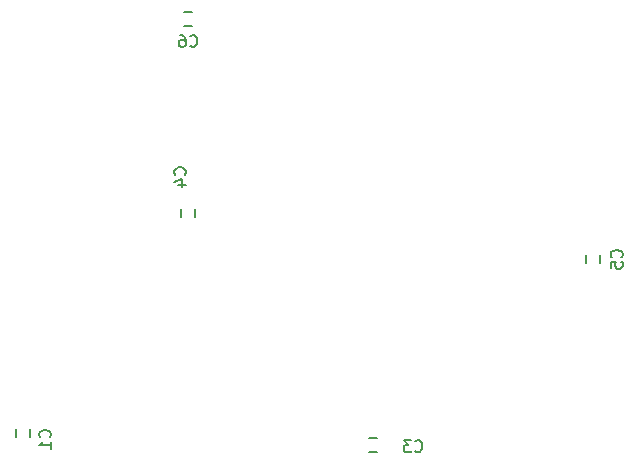
<source format=gbr>
G04 #@! TF.FileFunction,Legend,Bot*
%FSLAX46Y46*%
G04 Gerber Fmt 4.6, Leading zero omitted, Abs format (unit mm)*
G04 Created by KiCad (PCBNEW (after 2015-mar-04 BZR unknown)-product) date Fri 28 Oct 2016 10:27:18 AM CEST*
%MOMM*%
G01*
G04 APERTURE LIST*
%ADD10C,0.100000*%
%ADD11C,0.150000*%
G04 APERTURE END LIST*
D10*
D11*
X188041800Y-98847200D02*
X188741800Y-98847200D01*
X188741800Y-97647200D02*
X188041800Y-97647200D01*
X158150000Y-96906600D02*
X158150000Y-97606600D01*
X159350000Y-97606600D02*
X159350000Y-96906600D01*
X173320000Y-78963000D02*
X173320000Y-78263000D01*
X172120000Y-78263000D02*
X172120000Y-78963000D01*
X206410000Y-82200000D02*
X206410000Y-82900000D01*
X207610000Y-82900000D02*
X207610000Y-82200000D01*
X172370000Y-62830000D02*
X173070000Y-62830000D01*
X173070000Y-61630000D02*
X172370000Y-61630000D01*
X191936666Y-98782143D02*
X191984285Y-98829762D01*
X192127142Y-98877381D01*
X192222380Y-98877381D01*
X192365238Y-98829762D01*
X192460476Y-98734524D01*
X192508095Y-98639286D01*
X192555714Y-98448810D01*
X192555714Y-98305952D01*
X192508095Y-98115476D01*
X192460476Y-98020238D01*
X192365238Y-97925000D01*
X192222380Y-97877381D01*
X192127142Y-97877381D01*
X191984285Y-97925000D01*
X191936666Y-97972619D01*
X191603333Y-97877381D02*
X190984285Y-97877381D01*
X191317619Y-98258333D01*
X191174761Y-98258333D01*
X191079523Y-98305952D01*
X191031904Y-98353571D01*
X190984285Y-98448810D01*
X190984285Y-98686905D01*
X191031904Y-98782143D01*
X191079523Y-98829762D01*
X191174761Y-98877381D01*
X191460476Y-98877381D01*
X191555714Y-98829762D01*
X191603333Y-98782143D01*
X161012143Y-97623334D02*
X161059762Y-97575715D01*
X161107381Y-97432858D01*
X161107381Y-97337620D01*
X161059762Y-97194762D01*
X160964524Y-97099524D01*
X160869286Y-97051905D01*
X160678810Y-97004286D01*
X160535952Y-97004286D01*
X160345476Y-97051905D01*
X160250238Y-97099524D01*
X160155000Y-97194762D01*
X160107381Y-97337620D01*
X160107381Y-97432858D01*
X160155000Y-97575715D01*
X160202619Y-97623334D01*
X161107381Y-98575715D02*
X161107381Y-98004286D01*
X161107381Y-98290000D02*
X160107381Y-98290000D01*
X160250238Y-98194762D01*
X160345476Y-98099524D01*
X160393095Y-98004286D01*
X172442143Y-75398334D02*
X172489762Y-75350715D01*
X172537381Y-75207858D01*
X172537381Y-75112620D01*
X172489762Y-74969762D01*
X172394524Y-74874524D01*
X172299286Y-74826905D01*
X172108810Y-74779286D01*
X171965952Y-74779286D01*
X171775476Y-74826905D01*
X171680238Y-74874524D01*
X171585000Y-74969762D01*
X171537381Y-75112620D01*
X171537381Y-75207858D01*
X171585000Y-75350715D01*
X171632619Y-75398334D01*
X171870714Y-76255477D02*
X172537381Y-76255477D01*
X171489762Y-76017381D02*
X172204048Y-75779286D01*
X172204048Y-76398334D01*
X209399143Y-82383334D02*
X209446762Y-82335715D01*
X209494381Y-82192858D01*
X209494381Y-82097620D01*
X209446762Y-81954762D01*
X209351524Y-81859524D01*
X209256286Y-81811905D01*
X209065810Y-81764286D01*
X208922952Y-81764286D01*
X208732476Y-81811905D01*
X208637238Y-81859524D01*
X208542000Y-81954762D01*
X208494381Y-82097620D01*
X208494381Y-82192858D01*
X208542000Y-82335715D01*
X208589619Y-82383334D01*
X208494381Y-83288096D02*
X208494381Y-82811905D01*
X208970571Y-82764286D01*
X208922952Y-82811905D01*
X208875333Y-82907143D01*
X208875333Y-83145239D01*
X208922952Y-83240477D01*
X208970571Y-83288096D01*
X209065810Y-83335715D01*
X209303905Y-83335715D01*
X209399143Y-83288096D01*
X209446762Y-83240477D01*
X209494381Y-83145239D01*
X209494381Y-82907143D01*
X209446762Y-82811905D01*
X209399143Y-82764286D01*
X172886666Y-64487143D02*
X172934285Y-64534762D01*
X173077142Y-64582381D01*
X173172380Y-64582381D01*
X173315238Y-64534762D01*
X173410476Y-64439524D01*
X173458095Y-64344286D01*
X173505714Y-64153810D01*
X173505714Y-64010952D01*
X173458095Y-63820476D01*
X173410476Y-63725238D01*
X173315238Y-63630000D01*
X173172380Y-63582381D01*
X173077142Y-63582381D01*
X172934285Y-63630000D01*
X172886666Y-63677619D01*
X172029523Y-63582381D02*
X172220000Y-63582381D01*
X172315238Y-63630000D01*
X172362857Y-63677619D01*
X172458095Y-63820476D01*
X172505714Y-64010952D01*
X172505714Y-64391905D01*
X172458095Y-64487143D01*
X172410476Y-64534762D01*
X172315238Y-64582381D01*
X172124761Y-64582381D01*
X172029523Y-64534762D01*
X171981904Y-64487143D01*
X171934285Y-64391905D01*
X171934285Y-64153810D01*
X171981904Y-64058571D01*
X172029523Y-64010952D01*
X172124761Y-63963333D01*
X172315238Y-63963333D01*
X172410476Y-64010952D01*
X172458095Y-64058571D01*
X172505714Y-64153810D01*
M02*

</source>
